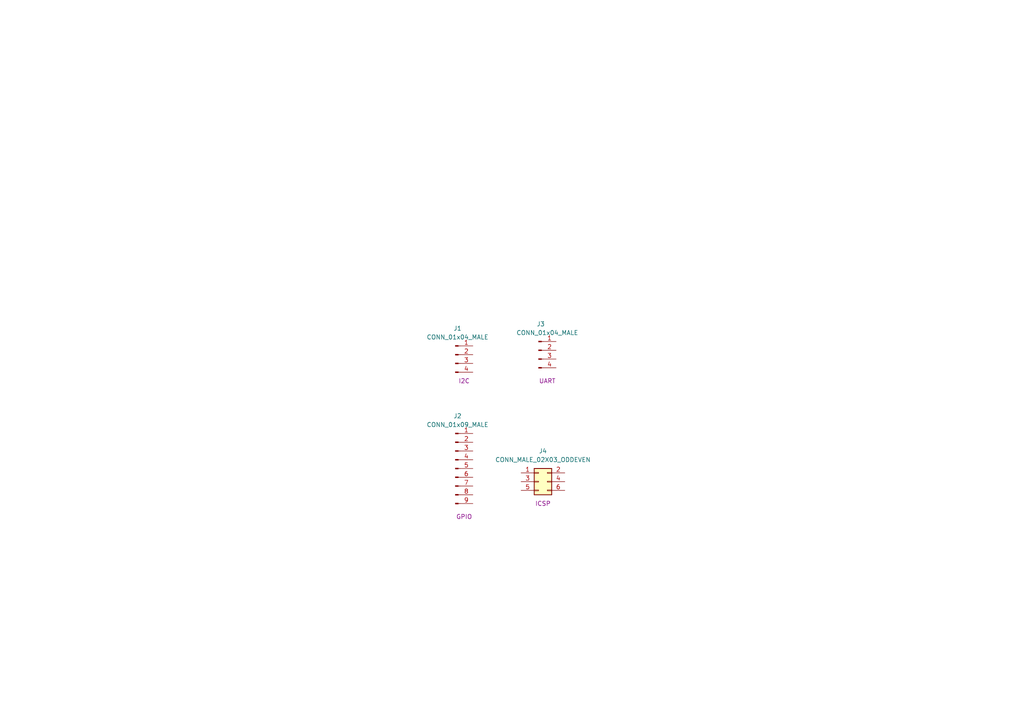
<source format=kicad_sch>
(kicad_sch (version 20211123) (generator eeschema)
  (paper "A4")
  (lib_symbols
    (symbol "RN_Connectors:CONN_01x04_MALE" (pin_names (offset 1.016) hide)
      (property "Reference" "J" (at 0 5.08 0))
      (property "Value" "CONN_01x04_MALE" (at 5.08 -7.62 0))
      (symbol "CONN_01x04_MALE_1_1"
        (polyline (pts (xy 1.27 -5.08) (xy 0.8636 -5.08)) (stroke (width 0.1524)))
        (polyline (pts (xy 1.27 -2.54) (xy 0.8636 -2.54)) (stroke (width 0.1524)))
        (polyline (pts (xy 1.27 0) (xy 0.8636 0)) (stroke (width 0.1524)))
        (polyline (pts (xy 1.27 2.54) (xy 0.8636 2.54)) (stroke (width 0.1524)))
        (rectangle (start 0.8636 -4.953) (end 0 -5.207) (stroke (width 0.1524)) (fill (type outline)))
        (rectangle (start 0.8636 -2.413) (end 0 -2.667) (stroke (width 0.1524)) (fill (type outline)))
        (rectangle (start 0.8636 0.127) (end 0 -0.127) (stroke (width 0.1524)) (fill (type outline)))
        (rectangle (start 0.8636 2.667) (end 0 2.413) (stroke (width 0.1524)) (fill (type outline)))
        (pin passive line (at 5.08 2.54 180) (length 3.81) (name "Pin_1") (number "1"))
        (pin passive line (at 5.08 0 180) (length 3.81) (name "Pin_2") (number "2"))
        (pin passive line (at 5.08 -2.54 180) (length 3.81) (name "Pin_3") (number "3"))
        (pin passive line (at 5.08 -5.08 180) (length 3.81) (name "Pin_4") (number "4"))
      )
    )
    (symbol "RN_Connectors:CONN_01x09_MALE" (pin_names (offset 1.016) hide)
      (property "Reference" "J" (at 0 12.7 0))
      (property "Value" "CONN_01x09_MALE" (at 5.08 -12.7 0))
      (symbol "CONN_01x09_MALE_1_1"
        (polyline (pts (xy 1.27 -10.16) (xy 0.8636 -10.16)) (stroke (width 0.1524)))
        (polyline (pts (xy 1.27 -7.62) (xy 0.8636 -7.62)) (stroke (width 0.1524)))
        (polyline (pts (xy 1.27 -5.08) (xy 0.8636 -5.08)) (stroke (width 0.1524)))
        (polyline (pts (xy 1.27 -2.54) (xy 0.8636 -2.54)) (stroke (width 0.1524)))
        (polyline (pts (xy 1.27 0) (xy 0.8636 0)) (stroke (width 0.1524)))
        (polyline (pts (xy 1.27 2.54) (xy 0.8636 2.54)) (stroke (width 0.1524)))
        (polyline (pts (xy 1.27 5.08) (xy 0.8636 5.08)) (stroke (width 0.1524)))
        (polyline (pts (xy 1.27 7.62) (xy 0.8636 7.62)) (stroke (width 0.1524)))
        (polyline (pts (xy 1.27 10.16) (xy 0.8636 10.16)) (stroke (width 0.1524)))
        (rectangle (start 0.8636 -10.033) (end 0 -10.287) (stroke (width 0.1524)) (fill (type outline)))
        (rectangle (start 0.8636 -7.493) (end 0 -7.747) (stroke (width 0.1524)) (fill (type outline)))
        (rectangle (start 0.8636 -4.953) (end 0 -5.207) (stroke (width 0.1524)) (fill (type outline)))
        (rectangle (start 0.8636 -2.413) (end 0 -2.667) (stroke (width 0.1524)) (fill (type outline)))
        (rectangle (start 0.8636 0.127) (end 0 -0.127) (stroke (width 0.1524)) (fill (type outline)))
        (rectangle (start 0.8636 2.667) (end 0 2.413) (stroke (width 0.1524)) (fill (type outline)))
        (rectangle (start 0.8636 5.207) (end 0 4.953) (stroke (width 0.1524)) (fill (type outline)))
        (rectangle (start 0.8636 7.747) (end 0 7.493) (stroke (width 0.1524)) (fill (type outline)))
        (rectangle (start 0.8636 10.287) (end 0 10.033) (stroke (width 0.1524)) (fill (type outline)))
        (pin passive line (at 5.08 10.16 180) (length 3.81) (name "Pin_1") (number "1"))
        (pin passive line (at 5.08 7.62 180) (length 3.81) (name "Pin_2") (number "2"))
        (pin passive line (at 5.08 5.08 180) (length 3.81) (name "Pin_3") (number "3"))
        (pin passive line (at 5.08 2.54 180) (length 3.81) (name "Pin_4") (number "4"))
        (pin passive line (at 5.08 0 180) (length 3.81) (name "Pin_5") (number "5"))
        (pin passive line (at 5.08 -2.54 180) (length 3.81) (name "Pin_6") (number "6"))
        (pin passive line (at 5.08 -5.08 180) (length 3.81) (name "Pin_7") (number "7"))
        (pin passive line (at 5.08 -7.62 180) (length 3.81) (name "Pin_8") (number "8"))
        (pin passive line (at 5.08 -10.16 180) (length 3.81) (name "Pin_9") (number "9"))
      )
    )
    (symbol "RN_Connectors:CONN_MALE_02X03_ODDEVEN" (pin_names (offset 1.016) hide)
      (property "Reference" "J" (at 1.27 5.08 0))
      (property "Value" "CONN_MALE_02X03_ODDEVEN" (at 1.27 -5.08 0))
      (symbol "CONN_MALE_02X03_ODDEVEN_1_1"
        (rectangle (start -1.27 -2.413) (end 0 -2.667) (stroke (width 0.1524)))
        (rectangle (start -1.27 0.127) (end 0 -0.127) (stroke (width 0.1524)))
        (rectangle (start -1.27 2.667) (end 0 2.413) (stroke (width 0.1524)))
        (rectangle (start -1.27 3.81) (end 3.81 -3.81) (stroke (width 0.254)) (fill (type background)))
        (rectangle (start 3.81 -2.413) (end 2.54 -2.667) (stroke (width 0.1524)))
        (rectangle (start 3.81 0.127) (end 2.54 -0.127) (stroke (width 0.1524)))
        (rectangle (start 3.81 2.667) (end 2.54 2.413) (stroke (width 0.1524)))
        (pin passive line (at -5.08 2.54 0) (length 3.81) (name "Pin_1") (number "1"))
        (pin passive line (at 7.62 2.54 180) (length 3.81) (name "Pin_2") (number "2"))
        (pin passive line (at -5.08 0 0) (length 3.81) (name "Pin_3") (number "3"))
        (pin passive line (at 7.62 0 180) (length 3.81) (name "Pin_4") (number "4"))
        (pin passive line (at -5.08 -2.54 0) (length 3.81) (name "Pin_5") (number "5"))
        (pin passive line (at 7.62 -2.54 180) (length 3.81) (name "Pin_6") (number "6"))
      )
    )
  )
  (symbol (lib_id "RN_Connectors:CONN_01x04_MALE") (at 156.21 101.6 0) (unit 1)
    (property "Reference" "J3" (at 156.845 93.98 0))
    (property "Value" "CONN_01x04_MALE" (at 158.75 96.52 0))
    (property "Footprint" "RN_Connectors:J_PTH_CONN_HEADER_MALE_01x04_WUE_61300411121" (effects hide))
    (property "Purpose" "UART" (at 158.75 110.49 0))
  )
  (symbol (lib_id "RN_Connectors:CONN_01x04_MALE") (at 132.08 102.87 0) (unit 1)
    (property "Reference" "J1" (at 132.715 95.25 0))
    (property "Value" "CONN_01x04_MALE" (at 132.715 97.79 0))
    (property "Footprint" "RN_Connectors:J_PTH_CONN_HEADER_MALE_01x04_WUE_61300411121" (effects hide))
    (property "Purpose" "I2C" (at 134.62 110.49 0))
  )
  (symbol (lib_id "RN_Connectors:CONN_MALE_02X03_ODDEVEN") (at 156.21 139.7 0) (unit 1)
    (property "Reference" "J4" (at 157.48 130.81 0))
    (property "Value" "CONN_MALE_02X03_ODDEVEN" (at 157.48 133.35 0))
    (property "Footprint" "RN_Connectors:J_PTH_CONN_HEADER_MALE_02x03_WUE_61300621121" (effects hide))
    (property "Purpose" "ICSP" (at 157.48 146.05 0))
  )
  (symbol (lib_id "RN_Connectors:CONN_01x09_MALE") (at 132.08 135.89 0) (unit 1)
    (property "Reference" "J2" (at 132.715 120.65 0))
    (property "Value" "CONN_01x09_MALE" (at 132.715 123.19 0))
    (property "Footprint" "RN_Connectors:J_PTH_CONN_HEADER_MALE_01x09_WUE_61300911121" (effects hide))
    (property "Purpose" "GPIO" (at 134.62 149.86 0))
  )
)
</source>
